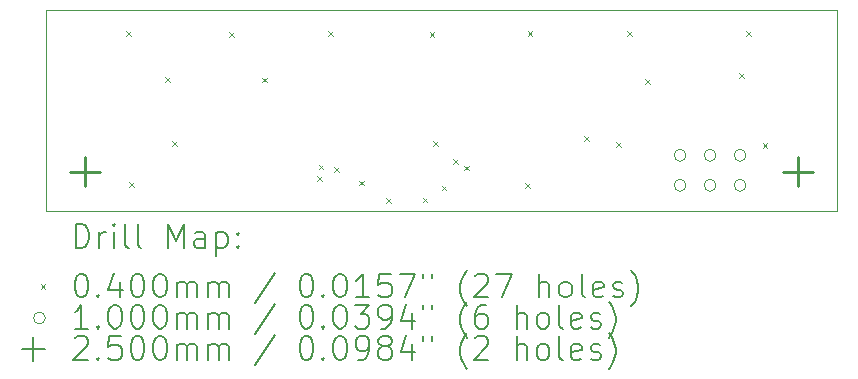
<source format=gbr>
%TF.GenerationSoftware,KiCad,Pcbnew,6.0.9-8da3e8f707~116~ubuntu22.04.1*%
%TF.CreationDate,2022-11-08T11:47:22+01:00*%
%TF.ProjectId,PCB-lijnvolger,5043422d-6c69-46a6-9e76-6f6c6765722e,1.0*%
%TF.SameCoordinates,Original*%
%TF.FileFunction,Drillmap*%
%TF.FilePolarity,Positive*%
%FSLAX45Y45*%
G04 Gerber Fmt 4.5, Leading zero omitted, Abs format (unit mm)*
G04 Created by KiCad (PCBNEW 6.0.9-8da3e8f707~116~ubuntu22.04.1) date 2022-11-08 11:47:22*
%MOMM*%
%LPD*%
G01*
G04 APERTURE LIST*
%ADD10C,0.100000*%
%ADD11C,0.200000*%
%ADD12C,0.040000*%
%ADD13C,0.250000*%
G04 APERTURE END LIST*
D10*
X10000000Y-8000000D02*
X16700000Y-8000000D01*
X16700000Y-8000000D02*
X16700000Y-9700000D01*
X16700000Y-9700000D02*
X10000000Y-9700000D01*
X10000000Y-9700000D02*
X10000000Y-8000000D01*
D11*
D12*
X10680000Y-8180000D02*
X10720000Y-8220000D01*
X10720000Y-8180000D02*
X10680000Y-8220000D01*
X10705000Y-9460000D02*
X10745000Y-9500000D01*
X10745000Y-9460000D02*
X10705000Y-9500000D01*
X11010000Y-8570000D02*
X11050000Y-8610000D01*
X11050000Y-8570000D02*
X11010000Y-8610000D01*
X11070000Y-9110000D02*
X11110000Y-9150000D01*
X11110000Y-9110000D02*
X11070000Y-9150000D01*
X11550000Y-8190000D02*
X11590000Y-8230000D01*
X11590000Y-8190000D02*
X11550000Y-8230000D01*
X11830000Y-8575000D02*
X11870000Y-8615000D01*
X11870000Y-8575000D02*
X11830000Y-8615000D01*
X12297789Y-9409202D02*
X12337789Y-9449202D01*
X12337789Y-9409202D02*
X12297789Y-9449202D01*
X12310000Y-9310000D02*
X12350000Y-9350000D01*
X12350000Y-9310000D02*
X12310000Y-9350000D01*
X12390000Y-8180000D02*
X12430000Y-8220000D01*
X12430000Y-8180000D02*
X12390000Y-8220000D01*
X12440000Y-9330000D02*
X12480000Y-9370000D01*
X12480000Y-9330000D02*
X12440000Y-9370000D01*
X12655448Y-9447243D02*
X12695448Y-9487243D01*
X12695448Y-9447243D02*
X12655448Y-9487243D01*
X12883280Y-9593897D02*
X12923280Y-9633897D01*
X12923280Y-9593897D02*
X12883280Y-9633897D01*
X13190000Y-9590000D02*
X13230000Y-9630000D01*
X13230000Y-9590000D02*
X13190000Y-9630000D01*
X13250000Y-8190000D02*
X13290000Y-8230000D01*
X13290000Y-8190000D02*
X13250000Y-8230000D01*
X13280000Y-9110000D02*
X13320000Y-9150000D01*
X13320000Y-9110000D02*
X13280000Y-9150000D01*
X13350000Y-9490000D02*
X13390000Y-9530000D01*
X13390000Y-9490000D02*
X13350000Y-9530000D01*
X13448664Y-9267050D02*
X13488664Y-9307050D01*
X13488664Y-9267050D02*
X13448664Y-9307050D01*
X13540000Y-9320000D02*
X13580000Y-9360000D01*
X13580000Y-9320000D02*
X13540000Y-9360000D01*
X14060000Y-9470000D02*
X14100000Y-9510000D01*
X14100000Y-9470000D02*
X14060000Y-9510000D01*
X14080000Y-8180000D02*
X14120000Y-8220000D01*
X14120000Y-8180000D02*
X14080000Y-8220000D01*
X14560000Y-9072450D02*
X14600000Y-9112450D01*
X14600000Y-9072450D02*
X14560000Y-9112450D01*
X14830000Y-9120000D02*
X14870000Y-9160000D01*
X14870000Y-9120000D02*
X14830000Y-9160000D01*
X14920000Y-8180000D02*
X14960000Y-8220000D01*
X14960000Y-8180000D02*
X14920000Y-8220000D01*
X15075000Y-8590000D02*
X15115000Y-8630000D01*
X15115000Y-8590000D02*
X15075000Y-8630000D01*
X15870000Y-8535000D02*
X15910000Y-8575000D01*
X15910000Y-8535000D02*
X15870000Y-8575000D01*
X15930000Y-8180000D02*
X15970000Y-8220000D01*
X15970000Y-8180000D02*
X15930000Y-8220000D01*
X16068770Y-9128770D02*
X16108770Y-9168770D01*
X16108770Y-9128770D02*
X16068770Y-9168770D01*
D10*
X15419500Y-9232500D02*
G75*
G03*
X15419500Y-9232500I-50000J0D01*
G01*
X15419500Y-9486500D02*
G75*
G03*
X15419500Y-9486500I-50000J0D01*
G01*
X15673500Y-9232500D02*
G75*
G03*
X15673500Y-9232500I-50000J0D01*
G01*
X15673500Y-9486500D02*
G75*
G03*
X15673500Y-9486500I-50000J0D01*
G01*
X15927500Y-9232500D02*
G75*
G03*
X15927500Y-9232500I-50000J0D01*
G01*
X15927500Y-9486500D02*
G75*
G03*
X15927500Y-9486500I-50000J0D01*
G01*
D13*
X10330000Y-9245000D02*
X10330000Y-9495000D01*
X10205000Y-9370000D02*
X10455000Y-9370000D01*
X16370000Y-9245000D02*
X16370000Y-9495000D01*
X16245000Y-9370000D02*
X16495000Y-9370000D01*
D11*
X10252619Y-10015476D02*
X10252619Y-9815476D01*
X10300238Y-9815476D01*
X10328810Y-9825000D01*
X10347857Y-9844048D01*
X10357381Y-9863095D01*
X10366905Y-9901190D01*
X10366905Y-9929762D01*
X10357381Y-9967857D01*
X10347857Y-9986905D01*
X10328810Y-10005952D01*
X10300238Y-10015476D01*
X10252619Y-10015476D01*
X10452619Y-10015476D02*
X10452619Y-9882143D01*
X10452619Y-9920238D02*
X10462143Y-9901190D01*
X10471667Y-9891667D01*
X10490714Y-9882143D01*
X10509762Y-9882143D01*
X10576429Y-10015476D02*
X10576429Y-9882143D01*
X10576429Y-9815476D02*
X10566905Y-9825000D01*
X10576429Y-9834524D01*
X10585952Y-9825000D01*
X10576429Y-9815476D01*
X10576429Y-9834524D01*
X10700238Y-10015476D02*
X10681190Y-10005952D01*
X10671667Y-9986905D01*
X10671667Y-9815476D01*
X10805000Y-10015476D02*
X10785952Y-10005952D01*
X10776429Y-9986905D01*
X10776429Y-9815476D01*
X11033571Y-10015476D02*
X11033571Y-9815476D01*
X11100238Y-9958333D01*
X11166905Y-9815476D01*
X11166905Y-10015476D01*
X11347857Y-10015476D02*
X11347857Y-9910714D01*
X11338333Y-9891667D01*
X11319286Y-9882143D01*
X11281190Y-9882143D01*
X11262143Y-9891667D01*
X11347857Y-10005952D02*
X11328809Y-10015476D01*
X11281190Y-10015476D01*
X11262143Y-10005952D01*
X11252619Y-9986905D01*
X11252619Y-9967857D01*
X11262143Y-9948810D01*
X11281190Y-9939286D01*
X11328809Y-9939286D01*
X11347857Y-9929762D01*
X11443095Y-9882143D02*
X11443095Y-10082143D01*
X11443095Y-9891667D02*
X11462143Y-9882143D01*
X11500238Y-9882143D01*
X11519286Y-9891667D01*
X11528809Y-9901190D01*
X11538333Y-9920238D01*
X11538333Y-9977381D01*
X11528809Y-9996429D01*
X11519286Y-10005952D01*
X11500238Y-10015476D01*
X11462143Y-10015476D01*
X11443095Y-10005952D01*
X11624048Y-9996429D02*
X11633571Y-10005952D01*
X11624048Y-10015476D01*
X11614524Y-10005952D01*
X11624048Y-9996429D01*
X11624048Y-10015476D01*
X11624048Y-9891667D02*
X11633571Y-9901190D01*
X11624048Y-9910714D01*
X11614524Y-9901190D01*
X11624048Y-9891667D01*
X11624048Y-9910714D01*
D12*
X9955000Y-10325000D02*
X9995000Y-10365000D01*
X9995000Y-10325000D02*
X9955000Y-10365000D01*
D11*
X10290714Y-10235476D02*
X10309762Y-10235476D01*
X10328810Y-10245000D01*
X10338333Y-10254524D01*
X10347857Y-10273571D01*
X10357381Y-10311667D01*
X10357381Y-10359286D01*
X10347857Y-10397381D01*
X10338333Y-10416429D01*
X10328810Y-10425952D01*
X10309762Y-10435476D01*
X10290714Y-10435476D01*
X10271667Y-10425952D01*
X10262143Y-10416429D01*
X10252619Y-10397381D01*
X10243095Y-10359286D01*
X10243095Y-10311667D01*
X10252619Y-10273571D01*
X10262143Y-10254524D01*
X10271667Y-10245000D01*
X10290714Y-10235476D01*
X10443095Y-10416429D02*
X10452619Y-10425952D01*
X10443095Y-10435476D01*
X10433571Y-10425952D01*
X10443095Y-10416429D01*
X10443095Y-10435476D01*
X10624048Y-10302143D02*
X10624048Y-10435476D01*
X10576429Y-10225952D02*
X10528810Y-10368810D01*
X10652619Y-10368810D01*
X10766905Y-10235476D02*
X10785952Y-10235476D01*
X10805000Y-10245000D01*
X10814524Y-10254524D01*
X10824048Y-10273571D01*
X10833571Y-10311667D01*
X10833571Y-10359286D01*
X10824048Y-10397381D01*
X10814524Y-10416429D01*
X10805000Y-10425952D01*
X10785952Y-10435476D01*
X10766905Y-10435476D01*
X10747857Y-10425952D01*
X10738333Y-10416429D01*
X10728810Y-10397381D01*
X10719286Y-10359286D01*
X10719286Y-10311667D01*
X10728810Y-10273571D01*
X10738333Y-10254524D01*
X10747857Y-10245000D01*
X10766905Y-10235476D01*
X10957381Y-10235476D02*
X10976429Y-10235476D01*
X10995476Y-10245000D01*
X11005000Y-10254524D01*
X11014524Y-10273571D01*
X11024048Y-10311667D01*
X11024048Y-10359286D01*
X11014524Y-10397381D01*
X11005000Y-10416429D01*
X10995476Y-10425952D01*
X10976429Y-10435476D01*
X10957381Y-10435476D01*
X10938333Y-10425952D01*
X10928810Y-10416429D01*
X10919286Y-10397381D01*
X10909762Y-10359286D01*
X10909762Y-10311667D01*
X10919286Y-10273571D01*
X10928810Y-10254524D01*
X10938333Y-10245000D01*
X10957381Y-10235476D01*
X11109762Y-10435476D02*
X11109762Y-10302143D01*
X11109762Y-10321190D02*
X11119286Y-10311667D01*
X11138333Y-10302143D01*
X11166905Y-10302143D01*
X11185952Y-10311667D01*
X11195476Y-10330714D01*
X11195476Y-10435476D01*
X11195476Y-10330714D02*
X11205000Y-10311667D01*
X11224048Y-10302143D01*
X11252619Y-10302143D01*
X11271667Y-10311667D01*
X11281190Y-10330714D01*
X11281190Y-10435476D01*
X11376428Y-10435476D02*
X11376428Y-10302143D01*
X11376428Y-10321190D02*
X11385952Y-10311667D01*
X11405000Y-10302143D01*
X11433571Y-10302143D01*
X11452619Y-10311667D01*
X11462143Y-10330714D01*
X11462143Y-10435476D01*
X11462143Y-10330714D02*
X11471667Y-10311667D01*
X11490714Y-10302143D01*
X11519286Y-10302143D01*
X11538333Y-10311667D01*
X11547857Y-10330714D01*
X11547857Y-10435476D01*
X11938333Y-10225952D02*
X11766905Y-10483095D01*
X12195476Y-10235476D02*
X12214524Y-10235476D01*
X12233571Y-10245000D01*
X12243095Y-10254524D01*
X12252619Y-10273571D01*
X12262143Y-10311667D01*
X12262143Y-10359286D01*
X12252619Y-10397381D01*
X12243095Y-10416429D01*
X12233571Y-10425952D01*
X12214524Y-10435476D01*
X12195476Y-10435476D01*
X12176428Y-10425952D01*
X12166905Y-10416429D01*
X12157381Y-10397381D01*
X12147857Y-10359286D01*
X12147857Y-10311667D01*
X12157381Y-10273571D01*
X12166905Y-10254524D01*
X12176428Y-10245000D01*
X12195476Y-10235476D01*
X12347857Y-10416429D02*
X12357381Y-10425952D01*
X12347857Y-10435476D01*
X12338333Y-10425952D01*
X12347857Y-10416429D01*
X12347857Y-10435476D01*
X12481190Y-10235476D02*
X12500238Y-10235476D01*
X12519286Y-10245000D01*
X12528809Y-10254524D01*
X12538333Y-10273571D01*
X12547857Y-10311667D01*
X12547857Y-10359286D01*
X12538333Y-10397381D01*
X12528809Y-10416429D01*
X12519286Y-10425952D01*
X12500238Y-10435476D01*
X12481190Y-10435476D01*
X12462143Y-10425952D01*
X12452619Y-10416429D01*
X12443095Y-10397381D01*
X12433571Y-10359286D01*
X12433571Y-10311667D01*
X12443095Y-10273571D01*
X12452619Y-10254524D01*
X12462143Y-10245000D01*
X12481190Y-10235476D01*
X12738333Y-10435476D02*
X12624048Y-10435476D01*
X12681190Y-10435476D02*
X12681190Y-10235476D01*
X12662143Y-10264048D01*
X12643095Y-10283095D01*
X12624048Y-10292619D01*
X12919286Y-10235476D02*
X12824048Y-10235476D01*
X12814524Y-10330714D01*
X12824048Y-10321190D01*
X12843095Y-10311667D01*
X12890714Y-10311667D01*
X12909762Y-10321190D01*
X12919286Y-10330714D01*
X12928809Y-10349762D01*
X12928809Y-10397381D01*
X12919286Y-10416429D01*
X12909762Y-10425952D01*
X12890714Y-10435476D01*
X12843095Y-10435476D01*
X12824048Y-10425952D01*
X12814524Y-10416429D01*
X12995476Y-10235476D02*
X13128809Y-10235476D01*
X13043095Y-10435476D01*
X13195476Y-10235476D02*
X13195476Y-10273571D01*
X13271667Y-10235476D02*
X13271667Y-10273571D01*
X13566905Y-10511667D02*
X13557381Y-10502143D01*
X13538333Y-10473571D01*
X13528809Y-10454524D01*
X13519286Y-10425952D01*
X13509762Y-10378333D01*
X13509762Y-10340238D01*
X13519286Y-10292619D01*
X13528809Y-10264048D01*
X13538333Y-10245000D01*
X13557381Y-10216429D01*
X13566905Y-10206905D01*
X13633571Y-10254524D02*
X13643095Y-10245000D01*
X13662143Y-10235476D01*
X13709762Y-10235476D01*
X13728809Y-10245000D01*
X13738333Y-10254524D01*
X13747857Y-10273571D01*
X13747857Y-10292619D01*
X13738333Y-10321190D01*
X13624048Y-10435476D01*
X13747857Y-10435476D01*
X13814524Y-10235476D02*
X13947857Y-10235476D01*
X13862143Y-10435476D01*
X14176428Y-10435476D02*
X14176428Y-10235476D01*
X14262143Y-10435476D02*
X14262143Y-10330714D01*
X14252619Y-10311667D01*
X14233571Y-10302143D01*
X14205000Y-10302143D01*
X14185952Y-10311667D01*
X14176428Y-10321190D01*
X14385952Y-10435476D02*
X14366905Y-10425952D01*
X14357381Y-10416429D01*
X14347857Y-10397381D01*
X14347857Y-10340238D01*
X14357381Y-10321190D01*
X14366905Y-10311667D01*
X14385952Y-10302143D01*
X14414524Y-10302143D01*
X14433571Y-10311667D01*
X14443095Y-10321190D01*
X14452619Y-10340238D01*
X14452619Y-10397381D01*
X14443095Y-10416429D01*
X14433571Y-10425952D01*
X14414524Y-10435476D01*
X14385952Y-10435476D01*
X14566905Y-10435476D02*
X14547857Y-10425952D01*
X14538333Y-10406905D01*
X14538333Y-10235476D01*
X14719286Y-10425952D02*
X14700238Y-10435476D01*
X14662143Y-10435476D01*
X14643095Y-10425952D01*
X14633571Y-10406905D01*
X14633571Y-10330714D01*
X14643095Y-10311667D01*
X14662143Y-10302143D01*
X14700238Y-10302143D01*
X14719286Y-10311667D01*
X14728809Y-10330714D01*
X14728809Y-10349762D01*
X14633571Y-10368810D01*
X14805000Y-10425952D02*
X14824048Y-10435476D01*
X14862143Y-10435476D01*
X14881190Y-10425952D01*
X14890714Y-10406905D01*
X14890714Y-10397381D01*
X14881190Y-10378333D01*
X14862143Y-10368810D01*
X14833571Y-10368810D01*
X14814524Y-10359286D01*
X14805000Y-10340238D01*
X14805000Y-10330714D01*
X14814524Y-10311667D01*
X14833571Y-10302143D01*
X14862143Y-10302143D01*
X14881190Y-10311667D01*
X14957381Y-10511667D02*
X14966905Y-10502143D01*
X14985952Y-10473571D01*
X14995476Y-10454524D01*
X15005000Y-10425952D01*
X15014524Y-10378333D01*
X15014524Y-10340238D01*
X15005000Y-10292619D01*
X14995476Y-10264048D01*
X14985952Y-10245000D01*
X14966905Y-10216429D01*
X14957381Y-10206905D01*
D10*
X9995000Y-10609000D02*
G75*
G03*
X9995000Y-10609000I-50000J0D01*
G01*
D11*
X10357381Y-10699476D02*
X10243095Y-10699476D01*
X10300238Y-10699476D02*
X10300238Y-10499476D01*
X10281190Y-10528048D01*
X10262143Y-10547095D01*
X10243095Y-10556619D01*
X10443095Y-10680429D02*
X10452619Y-10689952D01*
X10443095Y-10699476D01*
X10433571Y-10689952D01*
X10443095Y-10680429D01*
X10443095Y-10699476D01*
X10576429Y-10499476D02*
X10595476Y-10499476D01*
X10614524Y-10509000D01*
X10624048Y-10518524D01*
X10633571Y-10537571D01*
X10643095Y-10575667D01*
X10643095Y-10623286D01*
X10633571Y-10661381D01*
X10624048Y-10680429D01*
X10614524Y-10689952D01*
X10595476Y-10699476D01*
X10576429Y-10699476D01*
X10557381Y-10689952D01*
X10547857Y-10680429D01*
X10538333Y-10661381D01*
X10528810Y-10623286D01*
X10528810Y-10575667D01*
X10538333Y-10537571D01*
X10547857Y-10518524D01*
X10557381Y-10509000D01*
X10576429Y-10499476D01*
X10766905Y-10499476D02*
X10785952Y-10499476D01*
X10805000Y-10509000D01*
X10814524Y-10518524D01*
X10824048Y-10537571D01*
X10833571Y-10575667D01*
X10833571Y-10623286D01*
X10824048Y-10661381D01*
X10814524Y-10680429D01*
X10805000Y-10689952D01*
X10785952Y-10699476D01*
X10766905Y-10699476D01*
X10747857Y-10689952D01*
X10738333Y-10680429D01*
X10728810Y-10661381D01*
X10719286Y-10623286D01*
X10719286Y-10575667D01*
X10728810Y-10537571D01*
X10738333Y-10518524D01*
X10747857Y-10509000D01*
X10766905Y-10499476D01*
X10957381Y-10499476D02*
X10976429Y-10499476D01*
X10995476Y-10509000D01*
X11005000Y-10518524D01*
X11014524Y-10537571D01*
X11024048Y-10575667D01*
X11024048Y-10623286D01*
X11014524Y-10661381D01*
X11005000Y-10680429D01*
X10995476Y-10689952D01*
X10976429Y-10699476D01*
X10957381Y-10699476D01*
X10938333Y-10689952D01*
X10928810Y-10680429D01*
X10919286Y-10661381D01*
X10909762Y-10623286D01*
X10909762Y-10575667D01*
X10919286Y-10537571D01*
X10928810Y-10518524D01*
X10938333Y-10509000D01*
X10957381Y-10499476D01*
X11109762Y-10699476D02*
X11109762Y-10566143D01*
X11109762Y-10585190D02*
X11119286Y-10575667D01*
X11138333Y-10566143D01*
X11166905Y-10566143D01*
X11185952Y-10575667D01*
X11195476Y-10594714D01*
X11195476Y-10699476D01*
X11195476Y-10594714D02*
X11205000Y-10575667D01*
X11224048Y-10566143D01*
X11252619Y-10566143D01*
X11271667Y-10575667D01*
X11281190Y-10594714D01*
X11281190Y-10699476D01*
X11376428Y-10699476D02*
X11376428Y-10566143D01*
X11376428Y-10585190D02*
X11385952Y-10575667D01*
X11405000Y-10566143D01*
X11433571Y-10566143D01*
X11452619Y-10575667D01*
X11462143Y-10594714D01*
X11462143Y-10699476D01*
X11462143Y-10594714D02*
X11471667Y-10575667D01*
X11490714Y-10566143D01*
X11519286Y-10566143D01*
X11538333Y-10575667D01*
X11547857Y-10594714D01*
X11547857Y-10699476D01*
X11938333Y-10489952D02*
X11766905Y-10747095D01*
X12195476Y-10499476D02*
X12214524Y-10499476D01*
X12233571Y-10509000D01*
X12243095Y-10518524D01*
X12252619Y-10537571D01*
X12262143Y-10575667D01*
X12262143Y-10623286D01*
X12252619Y-10661381D01*
X12243095Y-10680429D01*
X12233571Y-10689952D01*
X12214524Y-10699476D01*
X12195476Y-10699476D01*
X12176428Y-10689952D01*
X12166905Y-10680429D01*
X12157381Y-10661381D01*
X12147857Y-10623286D01*
X12147857Y-10575667D01*
X12157381Y-10537571D01*
X12166905Y-10518524D01*
X12176428Y-10509000D01*
X12195476Y-10499476D01*
X12347857Y-10680429D02*
X12357381Y-10689952D01*
X12347857Y-10699476D01*
X12338333Y-10689952D01*
X12347857Y-10680429D01*
X12347857Y-10699476D01*
X12481190Y-10499476D02*
X12500238Y-10499476D01*
X12519286Y-10509000D01*
X12528809Y-10518524D01*
X12538333Y-10537571D01*
X12547857Y-10575667D01*
X12547857Y-10623286D01*
X12538333Y-10661381D01*
X12528809Y-10680429D01*
X12519286Y-10689952D01*
X12500238Y-10699476D01*
X12481190Y-10699476D01*
X12462143Y-10689952D01*
X12452619Y-10680429D01*
X12443095Y-10661381D01*
X12433571Y-10623286D01*
X12433571Y-10575667D01*
X12443095Y-10537571D01*
X12452619Y-10518524D01*
X12462143Y-10509000D01*
X12481190Y-10499476D01*
X12614524Y-10499476D02*
X12738333Y-10499476D01*
X12671667Y-10575667D01*
X12700238Y-10575667D01*
X12719286Y-10585190D01*
X12728809Y-10594714D01*
X12738333Y-10613762D01*
X12738333Y-10661381D01*
X12728809Y-10680429D01*
X12719286Y-10689952D01*
X12700238Y-10699476D01*
X12643095Y-10699476D01*
X12624048Y-10689952D01*
X12614524Y-10680429D01*
X12833571Y-10699476D02*
X12871667Y-10699476D01*
X12890714Y-10689952D01*
X12900238Y-10680429D01*
X12919286Y-10651857D01*
X12928809Y-10613762D01*
X12928809Y-10537571D01*
X12919286Y-10518524D01*
X12909762Y-10509000D01*
X12890714Y-10499476D01*
X12852619Y-10499476D01*
X12833571Y-10509000D01*
X12824048Y-10518524D01*
X12814524Y-10537571D01*
X12814524Y-10585190D01*
X12824048Y-10604238D01*
X12833571Y-10613762D01*
X12852619Y-10623286D01*
X12890714Y-10623286D01*
X12909762Y-10613762D01*
X12919286Y-10604238D01*
X12928809Y-10585190D01*
X13100238Y-10566143D02*
X13100238Y-10699476D01*
X13052619Y-10489952D02*
X13005000Y-10632810D01*
X13128809Y-10632810D01*
X13195476Y-10499476D02*
X13195476Y-10537571D01*
X13271667Y-10499476D02*
X13271667Y-10537571D01*
X13566905Y-10775667D02*
X13557381Y-10766143D01*
X13538333Y-10737571D01*
X13528809Y-10718524D01*
X13519286Y-10689952D01*
X13509762Y-10642333D01*
X13509762Y-10604238D01*
X13519286Y-10556619D01*
X13528809Y-10528048D01*
X13538333Y-10509000D01*
X13557381Y-10480429D01*
X13566905Y-10470905D01*
X13728809Y-10499476D02*
X13690714Y-10499476D01*
X13671667Y-10509000D01*
X13662143Y-10518524D01*
X13643095Y-10547095D01*
X13633571Y-10585190D01*
X13633571Y-10661381D01*
X13643095Y-10680429D01*
X13652619Y-10689952D01*
X13671667Y-10699476D01*
X13709762Y-10699476D01*
X13728809Y-10689952D01*
X13738333Y-10680429D01*
X13747857Y-10661381D01*
X13747857Y-10613762D01*
X13738333Y-10594714D01*
X13728809Y-10585190D01*
X13709762Y-10575667D01*
X13671667Y-10575667D01*
X13652619Y-10585190D01*
X13643095Y-10594714D01*
X13633571Y-10613762D01*
X13985952Y-10699476D02*
X13985952Y-10499476D01*
X14071667Y-10699476D02*
X14071667Y-10594714D01*
X14062143Y-10575667D01*
X14043095Y-10566143D01*
X14014524Y-10566143D01*
X13995476Y-10575667D01*
X13985952Y-10585190D01*
X14195476Y-10699476D02*
X14176428Y-10689952D01*
X14166905Y-10680429D01*
X14157381Y-10661381D01*
X14157381Y-10604238D01*
X14166905Y-10585190D01*
X14176428Y-10575667D01*
X14195476Y-10566143D01*
X14224048Y-10566143D01*
X14243095Y-10575667D01*
X14252619Y-10585190D01*
X14262143Y-10604238D01*
X14262143Y-10661381D01*
X14252619Y-10680429D01*
X14243095Y-10689952D01*
X14224048Y-10699476D01*
X14195476Y-10699476D01*
X14376428Y-10699476D02*
X14357381Y-10689952D01*
X14347857Y-10670905D01*
X14347857Y-10499476D01*
X14528809Y-10689952D02*
X14509762Y-10699476D01*
X14471667Y-10699476D01*
X14452619Y-10689952D01*
X14443095Y-10670905D01*
X14443095Y-10594714D01*
X14452619Y-10575667D01*
X14471667Y-10566143D01*
X14509762Y-10566143D01*
X14528809Y-10575667D01*
X14538333Y-10594714D01*
X14538333Y-10613762D01*
X14443095Y-10632810D01*
X14614524Y-10689952D02*
X14633571Y-10699476D01*
X14671667Y-10699476D01*
X14690714Y-10689952D01*
X14700238Y-10670905D01*
X14700238Y-10661381D01*
X14690714Y-10642333D01*
X14671667Y-10632810D01*
X14643095Y-10632810D01*
X14624048Y-10623286D01*
X14614524Y-10604238D01*
X14614524Y-10594714D01*
X14624048Y-10575667D01*
X14643095Y-10566143D01*
X14671667Y-10566143D01*
X14690714Y-10575667D01*
X14766905Y-10775667D02*
X14776428Y-10766143D01*
X14795476Y-10737571D01*
X14805000Y-10718524D01*
X14814524Y-10689952D01*
X14824048Y-10642333D01*
X14824048Y-10604238D01*
X14814524Y-10556619D01*
X14805000Y-10528048D01*
X14795476Y-10509000D01*
X14776428Y-10480429D01*
X14766905Y-10470905D01*
X9895000Y-10773000D02*
X9895000Y-10973000D01*
X9795000Y-10873000D02*
X9995000Y-10873000D01*
X10243095Y-10782524D02*
X10252619Y-10773000D01*
X10271667Y-10763476D01*
X10319286Y-10763476D01*
X10338333Y-10773000D01*
X10347857Y-10782524D01*
X10357381Y-10801571D01*
X10357381Y-10820619D01*
X10347857Y-10849190D01*
X10233571Y-10963476D01*
X10357381Y-10963476D01*
X10443095Y-10944429D02*
X10452619Y-10953952D01*
X10443095Y-10963476D01*
X10433571Y-10953952D01*
X10443095Y-10944429D01*
X10443095Y-10963476D01*
X10633571Y-10763476D02*
X10538333Y-10763476D01*
X10528810Y-10858714D01*
X10538333Y-10849190D01*
X10557381Y-10839667D01*
X10605000Y-10839667D01*
X10624048Y-10849190D01*
X10633571Y-10858714D01*
X10643095Y-10877762D01*
X10643095Y-10925381D01*
X10633571Y-10944429D01*
X10624048Y-10953952D01*
X10605000Y-10963476D01*
X10557381Y-10963476D01*
X10538333Y-10953952D01*
X10528810Y-10944429D01*
X10766905Y-10763476D02*
X10785952Y-10763476D01*
X10805000Y-10773000D01*
X10814524Y-10782524D01*
X10824048Y-10801571D01*
X10833571Y-10839667D01*
X10833571Y-10887286D01*
X10824048Y-10925381D01*
X10814524Y-10944429D01*
X10805000Y-10953952D01*
X10785952Y-10963476D01*
X10766905Y-10963476D01*
X10747857Y-10953952D01*
X10738333Y-10944429D01*
X10728810Y-10925381D01*
X10719286Y-10887286D01*
X10719286Y-10839667D01*
X10728810Y-10801571D01*
X10738333Y-10782524D01*
X10747857Y-10773000D01*
X10766905Y-10763476D01*
X10957381Y-10763476D02*
X10976429Y-10763476D01*
X10995476Y-10773000D01*
X11005000Y-10782524D01*
X11014524Y-10801571D01*
X11024048Y-10839667D01*
X11024048Y-10887286D01*
X11014524Y-10925381D01*
X11005000Y-10944429D01*
X10995476Y-10953952D01*
X10976429Y-10963476D01*
X10957381Y-10963476D01*
X10938333Y-10953952D01*
X10928810Y-10944429D01*
X10919286Y-10925381D01*
X10909762Y-10887286D01*
X10909762Y-10839667D01*
X10919286Y-10801571D01*
X10928810Y-10782524D01*
X10938333Y-10773000D01*
X10957381Y-10763476D01*
X11109762Y-10963476D02*
X11109762Y-10830143D01*
X11109762Y-10849190D02*
X11119286Y-10839667D01*
X11138333Y-10830143D01*
X11166905Y-10830143D01*
X11185952Y-10839667D01*
X11195476Y-10858714D01*
X11195476Y-10963476D01*
X11195476Y-10858714D02*
X11205000Y-10839667D01*
X11224048Y-10830143D01*
X11252619Y-10830143D01*
X11271667Y-10839667D01*
X11281190Y-10858714D01*
X11281190Y-10963476D01*
X11376428Y-10963476D02*
X11376428Y-10830143D01*
X11376428Y-10849190D02*
X11385952Y-10839667D01*
X11405000Y-10830143D01*
X11433571Y-10830143D01*
X11452619Y-10839667D01*
X11462143Y-10858714D01*
X11462143Y-10963476D01*
X11462143Y-10858714D02*
X11471667Y-10839667D01*
X11490714Y-10830143D01*
X11519286Y-10830143D01*
X11538333Y-10839667D01*
X11547857Y-10858714D01*
X11547857Y-10963476D01*
X11938333Y-10753952D02*
X11766905Y-11011095D01*
X12195476Y-10763476D02*
X12214524Y-10763476D01*
X12233571Y-10773000D01*
X12243095Y-10782524D01*
X12252619Y-10801571D01*
X12262143Y-10839667D01*
X12262143Y-10887286D01*
X12252619Y-10925381D01*
X12243095Y-10944429D01*
X12233571Y-10953952D01*
X12214524Y-10963476D01*
X12195476Y-10963476D01*
X12176428Y-10953952D01*
X12166905Y-10944429D01*
X12157381Y-10925381D01*
X12147857Y-10887286D01*
X12147857Y-10839667D01*
X12157381Y-10801571D01*
X12166905Y-10782524D01*
X12176428Y-10773000D01*
X12195476Y-10763476D01*
X12347857Y-10944429D02*
X12357381Y-10953952D01*
X12347857Y-10963476D01*
X12338333Y-10953952D01*
X12347857Y-10944429D01*
X12347857Y-10963476D01*
X12481190Y-10763476D02*
X12500238Y-10763476D01*
X12519286Y-10773000D01*
X12528809Y-10782524D01*
X12538333Y-10801571D01*
X12547857Y-10839667D01*
X12547857Y-10887286D01*
X12538333Y-10925381D01*
X12528809Y-10944429D01*
X12519286Y-10953952D01*
X12500238Y-10963476D01*
X12481190Y-10963476D01*
X12462143Y-10953952D01*
X12452619Y-10944429D01*
X12443095Y-10925381D01*
X12433571Y-10887286D01*
X12433571Y-10839667D01*
X12443095Y-10801571D01*
X12452619Y-10782524D01*
X12462143Y-10773000D01*
X12481190Y-10763476D01*
X12643095Y-10963476D02*
X12681190Y-10963476D01*
X12700238Y-10953952D01*
X12709762Y-10944429D01*
X12728809Y-10915857D01*
X12738333Y-10877762D01*
X12738333Y-10801571D01*
X12728809Y-10782524D01*
X12719286Y-10773000D01*
X12700238Y-10763476D01*
X12662143Y-10763476D01*
X12643095Y-10773000D01*
X12633571Y-10782524D01*
X12624048Y-10801571D01*
X12624048Y-10849190D01*
X12633571Y-10868238D01*
X12643095Y-10877762D01*
X12662143Y-10887286D01*
X12700238Y-10887286D01*
X12719286Y-10877762D01*
X12728809Y-10868238D01*
X12738333Y-10849190D01*
X12852619Y-10849190D02*
X12833571Y-10839667D01*
X12824048Y-10830143D01*
X12814524Y-10811095D01*
X12814524Y-10801571D01*
X12824048Y-10782524D01*
X12833571Y-10773000D01*
X12852619Y-10763476D01*
X12890714Y-10763476D01*
X12909762Y-10773000D01*
X12919286Y-10782524D01*
X12928809Y-10801571D01*
X12928809Y-10811095D01*
X12919286Y-10830143D01*
X12909762Y-10839667D01*
X12890714Y-10849190D01*
X12852619Y-10849190D01*
X12833571Y-10858714D01*
X12824048Y-10868238D01*
X12814524Y-10887286D01*
X12814524Y-10925381D01*
X12824048Y-10944429D01*
X12833571Y-10953952D01*
X12852619Y-10963476D01*
X12890714Y-10963476D01*
X12909762Y-10953952D01*
X12919286Y-10944429D01*
X12928809Y-10925381D01*
X12928809Y-10887286D01*
X12919286Y-10868238D01*
X12909762Y-10858714D01*
X12890714Y-10849190D01*
X13100238Y-10830143D02*
X13100238Y-10963476D01*
X13052619Y-10753952D02*
X13005000Y-10896810D01*
X13128809Y-10896810D01*
X13195476Y-10763476D02*
X13195476Y-10801571D01*
X13271667Y-10763476D02*
X13271667Y-10801571D01*
X13566905Y-11039667D02*
X13557381Y-11030143D01*
X13538333Y-11001571D01*
X13528809Y-10982524D01*
X13519286Y-10953952D01*
X13509762Y-10906333D01*
X13509762Y-10868238D01*
X13519286Y-10820619D01*
X13528809Y-10792048D01*
X13538333Y-10773000D01*
X13557381Y-10744429D01*
X13566905Y-10734905D01*
X13633571Y-10782524D02*
X13643095Y-10773000D01*
X13662143Y-10763476D01*
X13709762Y-10763476D01*
X13728809Y-10773000D01*
X13738333Y-10782524D01*
X13747857Y-10801571D01*
X13747857Y-10820619D01*
X13738333Y-10849190D01*
X13624048Y-10963476D01*
X13747857Y-10963476D01*
X13985952Y-10963476D02*
X13985952Y-10763476D01*
X14071667Y-10963476D02*
X14071667Y-10858714D01*
X14062143Y-10839667D01*
X14043095Y-10830143D01*
X14014524Y-10830143D01*
X13995476Y-10839667D01*
X13985952Y-10849190D01*
X14195476Y-10963476D02*
X14176428Y-10953952D01*
X14166905Y-10944429D01*
X14157381Y-10925381D01*
X14157381Y-10868238D01*
X14166905Y-10849190D01*
X14176428Y-10839667D01*
X14195476Y-10830143D01*
X14224048Y-10830143D01*
X14243095Y-10839667D01*
X14252619Y-10849190D01*
X14262143Y-10868238D01*
X14262143Y-10925381D01*
X14252619Y-10944429D01*
X14243095Y-10953952D01*
X14224048Y-10963476D01*
X14195476Y-10963476D01*
X14376428Y-10963476D02*
X14357381Y-10953952D01*
X14347857Y-10934905D01*
X14347857Y-10763476D01*
X14528809Y-10953952D02*
X14509762Y-10963476D01*
X14471667Y-10963476D01*
X14452619Y-10953952D01*
X14443095Y-10934905D01*
X14443095Y-10858714D01*
X14452619Y-10839667D01*
X14471667Y-10830143D01*
X14509762Y-10830143D01*
X14528809Y-10839667D01*
X14538333Y-10858714D01*
X14538333Y-10877762D01*
X14443095Y-10896810D01*
X14614524Y-10953952D02*
X14633571Y-10963476D01*
X14671667Y-10963476D01*
X14690714Y-10953952D01*
X14700238Y-10934905D01*
X14700238Y-10925381D01*
X14690714Y-10906333D01*
X14671667Y-10896810D01*
X14643095Y-10896810D01*
X14624048Y-10887286D01*
X14614524Y-10868238D01*
X14614524Y-10858714D01*
X14624048Y-10839667D01*
X14643095Y-10830143D01*
X14671667Y-10830143D01*
X14690714Y-10839667D01*
X14766905Y-11039667D02*
X14776428Y-11030143D01*
X14795476Y-11001571D01*
X14805000Y-10982524D01*
X14814524Y-10953952D01*
X14824048Y-10906333D01*
X14824048Y-10868238D01*
X14814524Y-10820619D01*
X14805000Y-10792048D01*
X14795476Y-10773000D01*
X14776428Y-10744429D01*
X14766905Y-10734905D01*
M02*

</source>
